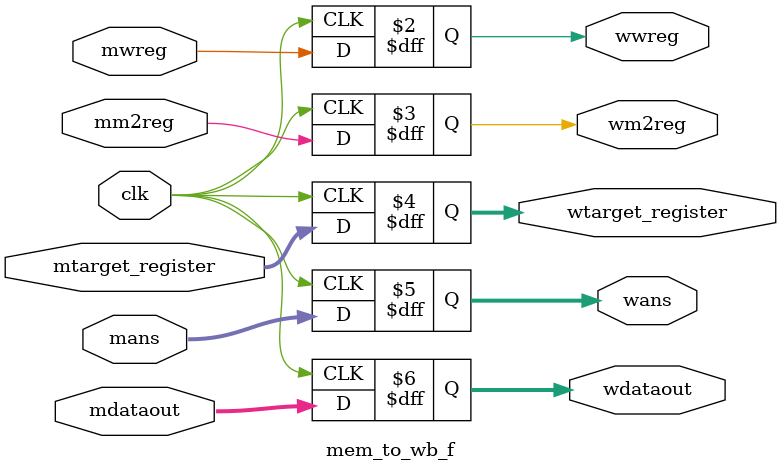
<source format=v>
`timescale 1ns / 1ps


module mem_to_wb_f(
input clk,
input mwreg,
input mm2reg,
input [4:0] mtarget_register,
input [31:0] mans,
input [31:0] mdataout,

output reg wwreg,
output reg wm2reg,
output reg [4:0] wtarget_register,
output reg [31:0] wans,
output reg [31:0] wdataout
    );

always @(posedge clk)
        begin
            wwreg <= mwreg;
            wm2reg <= mm2reg;
            wtarget_register <= mtarget_register;
            wdataout <= mdataout;
            wans <= mans;
        end
    
endmodule

</source>
